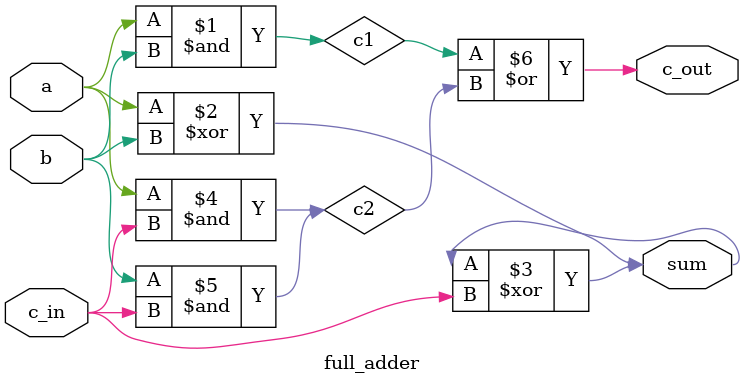
<source format=sv>
module top_module (
	input [3:0] x,
	input [3:0] y,
	output [4:0] sum
);
  
  wire [3:0] carry;
  wire [3:0] sum_bits;
  
  full_adder fa0 (.a(x[0]), .b(y[0]), .c_in(1'b0), .sum(sum_bits[0]), .c_out(carry[0]));
  full_adder fa1 (.a(x[1]), .b(y[1]), .c_in(carry[0]), .sum(sum_bits[1]), .c_out(carry[1]));
  full_adder fa2 (.a(x[2]), .b(y[2]), .c_in(carry[1]), .sum(sum_bits[2]), .c_out(carry[2]));
  full_adder fa3 (.a(x[3]), .b(y[3]), .c_in(carry[2]), .sum(sum_bits[3]), .c_out(carry[3]));
  
  assign sum = {carry[3], sum_bits};
  
endmodule
module full_adder (
	input a,
	input b,
	input c_in,
	
	output sum,
	output c_out
);
  
  wire s1, c1, c2;
  
  and g1 (c1, a, b);
  xor g2 (sum, a, b);
  xor g3 (sum, sum, c_in);
  and g4 (c2, a, c_in);
  and g5 (c2, b, c_in);
  
  or g6 (c_out, c1, c2);
  
endmodule

</source>
